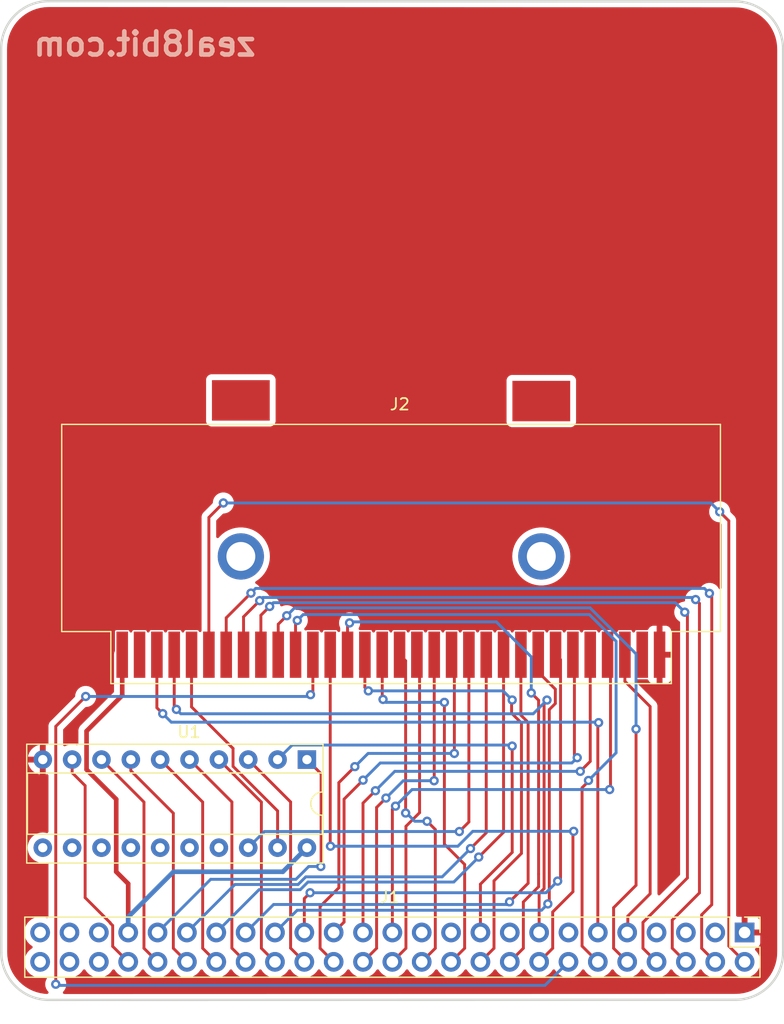
<source format=kicad_pcb>
(kicad_pcb (version 20211014) (generator pcbnew)
  (layers (0 "F.Cu" signal) (31 "B.Cu" signal) (34 "B.Paste" user) (35 "F.Paste" user) (36 "B.SilkS" user "B.Silkscreen") (37 "F.SilkS" user "F.Silkscreen") (38 "B.Mask" user) (39 "F.Mask" user) (44 "Edge.Cuts" user))
  (net 0 "")
  (net 1 "GND")
  (net 2 "/ADDRESS_0")
  (net 4 "/ADDRESS_1")
  (net 6 "/ADDRESS_2")
  (net 8 "/ADDRESS_3")
  (net 9 "/~{RESET}")
  (net 10 "/ADDRESS_4")
  (net 11 "/~{WR}")
  (net 12 "/ADDRESS_5")
  (net 14 "/ADDRESS_6")
  (net 15 "/~{RD}")
  (net 16 "/ADDRESS_7")
  (net 18 "/ADDRESS_8")
  (net 19 "/~{MREQ_PIN}")
  (net 20 "/ADDRESS_9")
  (net 22 "/ADDRESS_10")
  (net 24 "/ADDRESS_11")
  (net 25 "/DATA_7")
  (net 26 "/ADDRESS_12")
  (net 27 "/DATA_6")
  (net 28 "/ADDRESS_13")
  (net 29 "/DATA_5")
  (net 30 "/ADDRESS_14")
  (net 31 "/DATA_4")
  (net 32 "/ADDRESS_15")
  (net 33 "/DATA_3")
  (net 34 "/ADDRESS_16")
  (net 35 "/DATA_2")
  (net 36 "/ADDRESS_17")
  (net 37 "/DATA_1")
  (net 38 "/ADDRESS_18")
  (net 39 "/DATA_0")
  (net 40 "/ADDRESS_19")
  (net 41 "/CLK_PIN")
  (net 42 "/ADDRESS_20")
  (net 43 "+5V")
  (net 44 "/ADDRESS_21")
  (net 52 "/~{CS_SRAM}")
  (net 53 "/~{CS_ROM}")
  (footprint "Package_DIP:DIP-20_W7.62mm_Socket" (layer "F.Cu") (at 48.2296 86.1822 -90)
    (fp_text reference "U1" (at -2.3876 10.2058 180) (layer "F.SilkS"))
    (fp_text value "GAL16V8")
    (fp_line (start 6.46 -1.33) (end 4.81 -1.33) (layer "F.SilkS") (width 0.12))
    (fp_line (start -1.33 -1.39) (end -1.33 24.25) (layer "F.SilkS") (width 0.12))
    (fp_line (start 1.16 -1.33) (end 1.16 24.19) (layer "F.SilkS") (width 0.12))
    (fp_line (start -1.33 24.25) (end 8.95 24.25) (layer "F.SilkS") (width 0.12))
    (fp_line (start 8.95 -1.39) (end -1.33 -1.39) (layer "F.SilkS") (width 0.12))
    (fp_line (start 8.95 24.25) (end 8.95 -1.39) (layer "F.SilkS") (width 0.12))
    (fp_line (start 1.16 24.19) (end 6.46 24.19) (layer "F.SilkS") (width 0.12))
    (fp_line (start 6.46 24.19) (end 6.46 -1.33) (layer "F.SilkS") (width 0.12))
    (fp_line (start 2.81 -1.33) (end 1.16 -1.33) (layer "F.SilkS") (width 0.12))
    (fp_arc (start 4.81 -1.33) (mid 3.81 -0.33) (end 2.81 -1.33) (layer "F.SilkS") (width 0.12))
    (pad "1" thru_hole rect (at 0 0 270) (size 1.6 1.6) (drill 0.8) (layers *.Cu *.Mask) (net 41 "/CLK_PIN"))
    (pad "2" thru_hole oval (at 0 2.54 270) (size 1.6 1.6) (drill 0.8) (layers *.Cu *.Mask) (net 19 "/~{MREQ_PIN}"))
    (pad "3" thru_hole oval (at 0 5.08 270) (size 1.6 1.6) (drill 0.8) (layers *.Cu *.Mask) (net 32 "/ADDRESS_15"))
    (pad "4" thru_hole oval (at 0 7.62 270) (size 1.6 1.6) (drill 0.8) (layers *.Cu *.Mask) (net 34 "/ADDRESS_16"))
    (pad "5" thru_hole oval (at 0 10.16 270) (size 1.6 1.6) (drill 0.8) (layers *.Cu *.Mask) (net 36 "/ADDRESS_17"))
    (pad "6" thru_hole oval (at 0 12.7 270) (size 1.6 1.6) (drill 0.8) (layers *.Cu *.Mask) (net 38 "/ADDRESS_18"))
    (pad "7" thru_hole oval (at 0 15.24 270) (size 1.6 1.6) (drill 0.8) (layers *.Cu *.Mask) (net 40 "/ADDRESS_19"))
    (pad "8" thru_hole oval (at 0 17.78 270) (size 1.6 1.6) (drill 0.8) (layers *.Cu *.Mask) (net 42 "/ADDRESS_20"))
    (pad "9" thru_hole oval (at 0 20.32 270) (size 1.6 1.6) (drill 0.8) (layers *.Cu *.Mask) (net 44 "/ADDRESS_21"))
    (pad "10" thru_hole oval (at 0 22.86 270) (size 1.6 1.6) (drill 0.8) (layers *.Cu *.Mask) (net 1 "GND"))
    (pad "11" thru_hole oval (at 7.62 22.86 270) (size 1.6 1.6) (drill 0.8) (layers *.Cu *.Mask))
    (pad "12" thru_hole oval (at 7.62 20.32 270) (size 1.6 1.6) (drill 0.8) (layers *.Cu *.Mask))
    (pad "13" thru_hole oval (at 7.62 17.78 270) (size 1.6 1.6) (drill 0.8) (layers *.Cu *.Mask))
    (pad "14" thru_hole oval (at 7.62 15.24 270) (size 1.6 1.6) (drill 0.8) (layers *.Cu *.Mask))
    (pad "15" thru_hole oval (at 7.62 12.7 270) (size 1.6 1.6) (drill 0.8) (layers *.Cu *.Mask))
    (pad "16" thru_hole oval (at 7.62 10.16 270) (size 1.6 1.6) (drill 0.8) (layers *.Cu *.Mask))
    (pad "17" thru_hole oval (at 7.62 7.62 270) (size 1.6 1.6) (drill 0.8) (layers *.Cu *.Mask))
    (pad "18" thru_hole oval (at 7.62 5.08 270) (size 1.6 1.6) (drill 0.8) (layers *.Cu *.Mask) (net 53 "/~{CS_ROM}"))
    (pad "19" thru_hole oval (at 7.62 2.54 270) (size 1.6 1.6) (drill 0.8) (layers *.Cu *.Mask) (net 52 "/~{CS_SRAM}"))
    (pad "20" thru_hole oval (at 7.62 0 270) (size 1.6 1.6) (drill 0.8) (layers *.Cu *.Mask) (net 43 "+5V"))
  )
  (footprint "gbc_cart_footprints:GB Slot" (layer "F.Cu") (at 56.2592 52.3589)
    (fp_text reference "J2" (at 0.0018 3.0893 unlocked) (layer "F.SilkS"))
    (fp_text value "GB_Slot")
    (fp_line (start 23.5 27.25) (end -25 27.25) (layer "F.SilkS") (width 0.12))
    (fp_line (start -29.25 4.826) (end -29.25 22.75) (layer "F.SilkS") (width 0.12))
    (fp_line (start 23.5 22.75) (end 23.5 27.25) (layer "F.SilkS") (width 0.12))
    (fp_line (start 27.75 22.75) (end 23.5 22.75) (layer "F.SilkS") (width 0.12))
    (fp_line (start -25 22.75) (end -25 27.25) (layer "F.SilkS") (width 0.12))
    (fp_line (start 27.75 4.826) (end -29.25 4.826) (layer "F.SilkS") (width 0.12))
    (fp_line (start 27.75 4.826) (end 27.75 22.75) (layer "F.SilkS") (width 0.12))
    (fp_line (start -29.25 22.75) (end -25 22.75) (layer "F.SilkS") (width 0.12))
    (pad "" thru_hole circle (at 12.25 16.25) (size 4 4) (drill 2.5) (layers *.Cu *.Mask))
    (pad "" thru_hole circle (at -13.75 16.25) (size 4 4) (drill 2.5) (layers *.Mask "F.Cu" "In1.Cu" "B.Cu"))
    (pad "0" smd rect (at 12.25 2.81 180) (size 5 3.5) (layers "F.Cu" "F.Paste" "F.Mask"))
    (pad "0" smd rect (at -13.75 2.75 180) (size 5 3.5) (layers "F.Cu" "F.Paste" "F.Mask"))
    (pad "1" smd rect (at -24.016 24.75 180) (size 1 4) (layers "F.Cu" "F.Paste" "F.Mask") (net 43 "+5V") (clearance 0.127))
    (pad "2" smd rect (at -22.516 24.75 180) (size 1 4) (layers "F.Cu" "F.Paste" "F.Mask") (clearance 0.127))
    (pad "3" smd rect (at -21.016 24.75 180) (size 1 4) (layers "F.Cu" "F.Paste" "F.Mask") (net 11 "/~{WR}") (clearance 0.127))
    (pad "4" smd rect (at -19.516 24.75 180) (size 1 4) (layers "F.Cu" "F.Paste" "F.Mask") (net 15 "/~{RD}") (clearance 0.127))
    (pad "5" smd rect (at -18.016 24.75 180) (size 1 4) (layers "F.Cu" "F.Paste" "F.Mask") (net 52 "/~{CS_SRAM}") (clearance 0.127))
    (pad "6" smd rect (at -16.516 24.75 180) (size 1 4) (layers "F.Cu" "F.Paste" "F.Mask") (net 2 "/ADDRESS_0") (clearance 0.127))
    (pad "7" smd rect (at -15.016 24.75 180) (size 1 4) (layers "F.Cu" "F.Paste" "F.Mask") (net 4 "/ADDRESS_1") (clearance 0.127))
    (pad "8" smd rect (at -13.516 24.75 180) (size 1 4) (layers "F.Cu" "F.Paste" "F.Mask") (net 6 "/ADDRESS_2") (clearance 0.127))
    (pad "9" smd rect (at -12.016 24.75 180) (size 1 4) (layers "F.Cu" "F.Paste" "F.Mask") (net 8 "/ADDRESS_3") (clearance 0.127))
    (pad "10" smd rect (at -10.516 24.75 180) (size 1 4) (layers "F.Cu" "F.Paste" "F.Mask") (net 10 "/ADDRESS_4") (clearance 0.127))
    (pad "11" smd rect (at -9.016 24.75 180) (size 1 4) (layers "F.Cu" "F.Paste" "F.Mask") (net 12 "/ADDRESS_5") (clearance 0.127))
    (pad "12" smd rect (at -7.516 24.75 180) (size 1 4) (layers "F.Cu" "F.Paste" "F.Mask") (net 14 "/ADDRESS_6") (clearance 0.127))
    (pad "13" smd rect (at -6.016 24.75 180) (size 1 4) (layers "F.Cu" "F.Paste" "F.Mask") (net 16 "/ADDRESS_7") (clearance 0.127))
    (pad "14" smd rect (at -4.516 24.75 180) (size 1 4) (layers "F.Cu" "F.Paste" "F.Mask") (net 18 "/ADDRESS_8") (clearance 0.127))
    (pad "15" smd rect (at -3.016 24.75 180) (size 1 4) (layers "F.Cu" "F.Paste" "F.Mask") (net 20 "/ADDRESS_9") (clearance 0.127))
    (pad "16" smd rect (at -1.516 24.75 180) (size 1 4) (layers "F.Cu" "F.Paste" "F.Mask") (net 22 "/ADDRESS_10") (clearance 0.127))
    (pad "17" smd rect (at -0.016 24.75 180) (size 1 4) (layers "F.Cu" "F.Paste" "F.Mask") (net 24 "/ADDRESS_11") (clearance 0.127))
    (pad "18" smd rect (at 1.484 24.75 180) (size 1 4) (layers "F.Cu" "F.Paste" "F.Mask") (net 26 "/ADDRESS_12") (clearance 0.127))
    (pad "19" smd rect (at 2.984 24.75 180) (size 1 4) (layers "F.Cu" "F.Paste" "F.Mask") (net 28 "/ADDRESS_13") (clearance 0.127))
    (pad "20" smd rect (at 4.484 24.75 180) (size 1 4) (layers "F.Cu" "F.Paste" "F.Mask") (net 30 "/ADDRESS_14") (clearance 0.127))
    (pad "21" smd rect (at 5.984 24.75 180) (size 1 4) (layers "F.Cu" "F.Paste" "F.Mask") (net 53 "/~{CS_ROM}") (clearance 0.127))
    (pad "22" smd rect (at 7.484 24.75 180) (size 1 4) (layers "F.Cu" "F.Paste" "F.Mask") (net 39 "/DATA_0") (clearance 0.127))
    (pad "23" smd rect (at 8.984 24.75 180) (size 1 4) (layers "F.Cu" "F.Paste" "F.Mask") (net 37 "/DATA_1") (clearance 0.127))
    (pad "24" smd rect (at 10.484 24.75 180) (size 1 4) (layers "F.Cu" "F.Paste" "F.Mask") (net 35 "/DATA_2") (clearance 0.127))
    (pad "25" smd rect (at 11.984 24.75 180) (size 1 4) (layers "F.Cu" "F.Paste" "F.Mask") (net 33 "/DATA_3") (clearance 0.127))
    (pad "26" smd rect (at 13.484 24.75 180) (size 1 4) (layers "F.Cu" "F.Paste" "F.Mask") (net 31 "/DATA_4") (clearance 0.127))
    (pad "27" smd rect (at 14.984 24.75 180) (size 1 4) (layers "F.Cu" "F.Paste" "F.Mask") (net 29 "/DATA_5") (clearance 0.127))
    (pad "28" smd rect (at 16.484 24.75 180) (size 1 4) (layers "F.Cu" "F.Paste" "F.Mask") (net 27 "/DATA_6") (clearance 0.127))
    (pad "29" smd rect (at 17.984 24.75 180) (size 1 4) (layers "F.Cu" "F.Paste" "F.Mask") (net 25 "/DATA_7") (clearance 0.127))
    (pad "30" smd rect (at 19.484 24.75 180) (size 1 4) (layers "F.Cu" "F.Paste" "F.Mask") (net 9 "/~{RESET}") (clearance 0.127))
    (pad "31" smd rect (at 20.984 24.75 180) (size 1 4) (layers "F.Cu" "F.Paste" "F.Mask") (clearance 0.127))
    (pad "32" smd rect (at 22.484 24.75 180) (size 1 4) (layers "F.Cu" "F.Paste" "F.Mask") (net 1 "GND") (clearance 0.127))
  )
  (footprint "Connector_PinHeader_2.54mm:PinHeader_2x25_P2.54mm_Vertical" (layer "F.Cu") (at 86.101 101.1378 -90)
    (fp_text reference "J1" (at -3.0684 30.7036 180) (layer "F.SilkS"))
    (fp_text value "ZealExtConnector")
    (fp_line (start -1.33 1.27) (end 1.27 1.27) (layer "F.SilkS") (width 0.12))
    (fp_line (start -1.33 1.27) (end -1.33 62.29) (layer "F.SilkS") (width 0.12))
    (fp_line (start -1.33 -1.33) (end 0 -1.33) (layer "F.SilkS") (width 0.12))
    (fp_line (start -1.33 0) (end -1.33 -1.33) (layer "F.SilkS") (width 0.12))
    (fp_line (start 1.27 1.27) (end 1.27 -1.33) (layer "F.SilkS") (width 0.12))
    (fp_line (start -1.33 62.29) (end 3.87 62.29) (layer "F.SilkS") (width 0.12))
    (fp_line (start 1.27 -1.33) (end 3.87 -1.33) (layer "F.SilkS") (width 0.12))
    (fp_line (start 3.87 -1.33) (end 3.87 62.29) (layer "F.SilkS") (width 0.12))
    (pad "1" thru_hole rect (at 0 0 270) (size 1.7 1.7) (drill 1) (layers *.Cu *.Mask) (net 1 "GND"))
    (pad "2" thru_hole oval (at 2.54 0 270) (size 1.7 1.7) (drill 1) (layers *.Cu *.Mask) (net 2 "/ADDRESS_0"))
    (pad "3" thru_hole oval (at 0 2.54 270) (size 1.7 1.7) (drill 1) (layers *.Cu *.Mask))
    (pad "4" thru_hole oval (at 2.54 2.54 270) (size 1.7 1.7) (drill 1) (layers *.Cu *.Mask) (net 4 "/ADDRESS_1"))
    (pad "5" thru_hole oval (at 0 5.08 270) (size 1.7 1.7) (drill 1) (layers *.Cu *.Mask))
    (pad "6" thru_hole oval (at 2.54 5.08 270) (size 1.7 1.7) (drill 1) (layers *.Cu *.Mask) (net 6 "/ADDRESS_2"))
    (pad "7" thru_hole oval (at 0 7.62 270) (size 1.7 1.7) (drill 1) (layers *.Cu *.Mask))
    (pad "8" thru_hole oval (at 2.54 7.62 270) (size 1.7 1.7) (drill 1) (layers *.Cu *.Mask) (net 8 "/ADDRESS_3"))
    (pad "9" thru_hole oval (at 0 10.16 270) (size 1.7 1.7) (drill 1) (layers *.Cu *.Mask) (net 9 "/~{RESET}"))
    (pad "10" thru_hole oval (at 2.54 10.16 270) (size 1.7 1.7) (drill 1) (layers *.Cu *.Mask) (net 10 "/ADDRESS_4"))
    (pad "11" thru_hole oval (at 0 12.7 270) (size 1.7 1.7) (drill 1) (layers *.Cu *.Mask) (net 11 "/~{WR}"))
    (pad "12" thru_hole oval (at 2.54 12.7 270) (size 1.7 1.7) (drill 1) (layers *.Cu *.Mask) (net 12 "/ADDRESS_5"))
    (pad "13" thru_hole oval (at 0 15.24 270) (size 1.7 1.7) (drill 1) (layers *.Cu *.Mask))
    (pad "14" thru_hole oval (at 2.54 15.24 270) (size 1.7 1.7) (drill 1) (layers *.Cu *.Mask) (net 14 "/ADDRESS_6"))
    (pad "15" thru_hole oval (at 0 17.78 270) (size 1.7 1.7) (drill 1) (layers *.Cu *.Mask) (net 15 "/~{RD}"))
    (pad "16" thru_hole oval (at 2.54 17.78 270) (size 1.7 1.7) (drill 1) (layers *.Cu *.Mask) (net 16 "/ADDRESS_7"))
    (pad "17" thru_hole oval (at 0 20.32 270) (size 1.7 1.7) (drill 1) (layers *.Cu *.Mask))
    (pad "18" thru_hole oval (at 2.54 20.32 270) (size 1.7 1.7) (drill 1) (layers *.Cu *.Mask) (net 18 "/ADDRESS_8"))
    (pad "19" thru_hole oval (at 0 22.86 270) (size 1.7 1.7) (drill 1) (layers *.Cu *.Mask) (net 19 "/~{MREQ_PIN}"))
    (pad "20" thru_hole oval (at 2.54 22.86 270) (size 1.7 1.7) (drill 1) (layers *.Cu *.Mask) (net 20 "/ADDRESS_9"))
    (pad "21" thru_hole oval (at 0 25.4 270) (size 1.7 1.7) (drill 1) (layers *.Cu *.Mask))
    (pad "22" thru_hole oval (at 2.54 25.4 270) (size 1.7 1.7) (drill 1) (layers *.Cu *.Mask) (net 22 "/ADDRESS_10"))
    (pad "23" thru_hole oval (at 0 27.94 270) (size 1.7 1.7) (drill 1) (layers *.Cu *.Mask))
    (pad "24" thru_hole oval (at 2.54 27.94 270) (size 1.7 1.7) (drill 1) (layers *.Cu *.Mask) (net 24 "/ADDRESS_11"))
    (pad "25" thru_hole oval (at 0 30.48 270) (size 1.7 1.7) (drill 1) (layers *.Cu *.Mask) (net 25 "/DATA_7"))
    (pad "26" thru_hole oval (at 2.54 30.48 270) (size 1.7 1.7) (drill 1) (layers *.Cu *.Mask) (net 26 "/ADDRESS_12"))
    (pad "27" thru_hole oval (at 0 33.02 270) (size 1.7 1.7) (drill 1) (layers *.Cu *.Mask) (net 27 "/DATA_6"))
    (pad "28" thru_hole oval (at 2.54 33.02 270) (size 1.7 1.7) (drill 1) (layers *.Cu *.Mask) (net 28 "/ADDRESS_13"))
    (pad "29" thru_hole oval (at 0 35.56 270) (size 1.7 1.7) (drill 1) (layers *.Cu *.Mask) (net 29 "/DATA_5"))
    (pad "30" thru_hole oval (at 2.54 35.56 270) (size 1.7 1.7) (drill 1) (layers *.Cu *.Mask) (net 30 "/ADDRESS_14"))
    (pad "31" thru_hole oval (at 0 38.1 270) (size 1.7 1.7) (drill 1) (layers *.Cu *.Mask) (net 31 "/DATA_4"))
    (pad "32" thru_hole oval (at 2.54 38.1 270) (size 1.7 1.7) (drill 1) (layers *.Cu *.Mask) (net 32 "/ADDRESS_15"))
    (pad "33" thru_hole oval (at 0 40.64 270) (size 1.7 1.7) (drill 1) (layers *.Cu *.Mask) (net 33 "/DATA_3"))
    (pad "34" thru_hole oval (at 2.54 40.64 270) (size 1.7 1.7) (drill 1) (layers *.Cu *.Mask) (net 34 "/ADDRESS_16"))
    (pad "35" thru_hole oval (at 0 43.18 270) (size 1.7 1.7) (drill 1) (layers *.Cu *.Mask) (net 35 "/DATA_2"))
    (pad "36" thru_hole oval (at 2.54 43.18 270) (size 1.7 1.7) (drill 1) (layers *.Cu *.Mask) (net 36 "/ADDRESS_17"))
    (pad "37" thru_hole oval (at 0 45.72 270) (size 1.7 1.7) (drill 1) (layers *.Cu *.Mask) (net 37 "/DATA_1"))
    (pad "38" thru_hole oval (at 2.54 45.72 270) (size 1.7 1.7) (drill 1) (layers *.Cu *.Mask) (net 38 "/ADDRESS_18"))
    (pad "39" thru_hole oval (at 0 48.26 270) (size 1.7 1.7) (drill 1) (layers *.Cu *.Mask) (net 39 "/DATA_0"))
    (pad "40" thru_hole oval (at 2.54 48.26 270) (size 1.7 1.7) (drill 1) (layers *.Cu *.Mask) (net 40 "/ADDRESS_19"))
    (pad "41" thru_hole oval (at 0 50.8 270) (size 1.7 1.7) (drill 1) (layers *.Cu *.Mask) (net 41 "/CLK_PIN"))
    (pad "42" thru_hole oval (at 2.54 50.8 270) (size 1.7 1.7) (drill 1) (layers *.Cu *.Mask) (net 42 "/ADDRESS_20"))
    (pad "43" thru_hole oval (at 0 53.34 270) (size 1.7 1.7) (drill 1) (layers *.Cu *.Mask) (net 43 "+5V"))
    (pad "44" thru_hole oval (at 2.54 53.34 270) (size 1.7 1.7) (drill 1) (layers *.Cu *.Mask) (net 44 "/ADDRESS_21"))
    (pad "45" thru_hole oval (at 0 55.88 270) (size 1.7 1.7) (drill 1) (layers *.Cu *.Mask))
    (pad "46" thru_hole oval (at 2.54 55.88 270) (size 1.7 1.7) (drill 1) (layers *.Cu *.Mask))
    (pad "47" thru_hole oval (at 0 58.42 270) (size 1.7 1.7) (drill 1) (layers *.Cu *.Mask))
    (pad "48" thru_hole oval (at 2.54 58.42 270) (size 1.7 1.7) (drill 1) (layers *.Cu *.Mask))
    (pad "49" thru_hole oval (at 0 60.96 270) (size 1.7 1.7) (drill 1) (layers *.Cu *.Mask))
    (pad "50" thru_hole oval (at 2.54 60.96 270) (size 1.7 1.7) (drill 1) (layers *.Cu *.Mask))
  )
  (gr_arc (start 85.2678 20.5994) (mid 88.202803 21.794076) (end 89.4334 24.7142) (layer "Edge.Cuts") (width 0.2))
  (gr_arc (start 21.7678 24.6634) (mid 22.981963 21.770225) (end 25.8826 20.574) (layer "Edge.Cuts") (width 0.2))
  (gr_line (start 21.7678 24.6634) (end 21.781803 102.855997) (layer "Edge.Cuts") (width 0.2))
  (gr_line (start 85.3186 106.9594) (end 25.896603 106.970797) (layer "Edge.Cuts") (width 0.2))
  (gr_arc (start 89.4334 102.8446) (mid 88.228203 105.754203) (end 85.3186 106.9594) (layer "Edge.Cuts") (width 0.2))
  (gr_line (start 89.4334 24.7142) (end 89.4334 102.8446) (layer "Edge.Cuts") (width 0.2))
  (gr_line (start 25.8826 20.574) (end 85.2678 20.5994) (layer "Edge.Cuts") (width 0.2))
  (gr_arc (start 25.896603 106.970797) (mid 22.987 105.7656) (end 21.781803 102.855997) (layer "Edge.Cuts") (width 0.2))
  (gr_text "zeal8bit.com" (at 34.1884 24.2824) (layer "B.SilkS") (effects (font (size 2 2) (thickness 0.4)) (justify mirror)))
  (segment (start 84.736 65.5336) (end 84.736 102.3128) (width 0.25) (layer "F.Cu") (net 2))
  (segment (start 84.736 102.3128) (end 86.101 103.6778) (width 0.25) (layer "F.Cu") (net 2))
  (segment (start 83.947 64.7446) (end 84.736 65.5336) (width 0.25) (layer "F.Cu") (net 2))
  (segment (start 39.7432 77.1089) (end 39.7432 65.235) (width 0.25) (layer "F.Cu") (net 2))
  (segment (start 39.7432 65.235) (end 40.9956 63.9826) (width 0.25) (layer "F.Cu") (net 2))
  (via (at 40.9956 63.982598) (size 0.8) (drill 0.4) (layers "F.Cu" "B.Cu") (net 2))
  (via (at 83.947 64.7446) (size 0.8) (drill 0.4) (layers "F.Cu" "B.Cu") (net 2))
  (segment (start 40.9956 63.982598) (end 83.184998 63.982598) (width 0.25) (layer "B.Cu") (net 2))
  (segment (start 83.184998 63.982598) (end 83.947 64.7446) (width 0.25) (layer "B.Cu") (net 2))
  (segment (start 83.561 103.6778) (end 82.386 102.5028) (width 0.25) (layer "F.Cu") (net 4))
  (segment (start 82.386 102.5028) (end 82.386 99.605) (width 0.25) (layer "F.Cu") (net 4))
  (segment (start 83.2612 98.7298) (end 83.2612 72.009) (width 0.25) (layer "F.Cu") (net 4))
  (segment (start 82.386 99.605) (end 83.2612 98.7298) (width 0.25) (layer "F.Cu") (net 4))
  (segment (start 41.2432 77.1089) (end 41.2432 73.9204) (width 0.25) (layer "F.Cu") (net 4))
  (segment (start 41.2432 73.9204) (end 43.3832 71.7804) (width 0.25) (layer "F.Cu") (net 4))
  (segment (start 83.2612 72.009) (end 83.058 71.8058) (width 0.25) (layer "F.Cu") (net 4))
  (via (at 83.058 71.8058) (size 0.8) (drill 0.4) (layers "F.Cu" "B.Cu") (net 4))
  (via (at 43.3832 71.7804) (size 0.8) (drill 0.4) (layers "F.Cu" "B.Cu") (net 4))
  (segment (start 43.7896 71.374) (end 43.3832 71.7804) (width 0.25) (layer "B.Cu") (net 4))
  (segment (start 82.6262 71.374) (end 43.7896 71.374) (width 0.25) (layer "B.Cu") (net 4))
  (segment (start 83.058 71.8058) (end 82.6262 71.374) (width 0.25) (layer "B.Cu") (net 4))
  (segment (start 82.1944 72.6694) (end 81.8642 72.3392) (width 0.25) (layer "F.Cu") (net 6))
  (segment (start 79.840589 102.497389) (end 79.840589 100.067611) (width 0.25) (layer "F.Cu") (net 6))
  (segment (start 81.021 103.6778) (end 79.840589 102.497389) (width 0.25) (layer "F.Cu") (net 6))
  (segment (start 42.7432 77.1089) (end 42.7432 73.830047) (width 0.25) (layer "F.Cu") (net 6))
  (segment (start 79.840589 100.067611) (end 82.1944 97.7138) (width 0.25) (layer "F.Cu") (net 6))
  (segment (start 42.7432 73.830047) (end 44.140231 72.433016) (width 0.25) (layer "F.Cu") (net 6))
  (segment (start 82.1944 97.7138) (end 82.1944 72.6694) (width 0.25) (layer "F.Cu") (net 6))
  (via (at 81.8642 72.3392) (size 0.8) (drill 0.4) (layers "F.Cu" "B.Cu") (net 6))
  (via (at 44.140231 72.433016) (size 0.8) (drill 0.4) (layers "F.Cu" "B.Cu") (net 6))
  (segment (start 81.684097 72.159097) (end 44.41415 72.159097) (width 0.25) (layer "B.Cu") (net 6))
  (segment (start 81.8642 72.3392) (end 81.684097 72.159097) (width 0.25) (layer "B.Cu") (net 6))
  (segment (start 44.41415 72.159097) (end 44.140231 72.433016) (width 0.25) (layer "B.Cu") (net 6))
  (segment (start 81.153 96.4184) (end 81.153 73.66) (width 0.25) (layer "F.Cu") (net 8))
  (segment (start 44.2432 77.1089) (end 44.2432 73.696877) (width 0.25) (layer "F.Cu") (net 8))
  (segment (start 81.153 73.66) (end 80.9244 73.4314) (width 0.25) (layer "F.Cu") (net 8))
  (segment (start 77.306 100.2654) (end 81.153 96.4184) (width 0.25) (layer "F.Cu") (net 8))
  (segment (start 78.481 103.6778) (end 77.306 102.5028) (width 0.25) (layer "F.Cu") (net 8))
  (segment (start 44.2432 73.696877) (end 45.003776 72.936301) (width 0.25) (layer "F.Cu") (net 8))
  (segment (start 77.306 102.5028) (end 77.306 100.2654) (width 0.25) (layer "F.Cu") (net 8))
  (via (at 80.9244 73.4314) (size 0.8) (drill 0.4) (layers "F.Cu" "B.Cu") (net 8))
  (via (at 45.003776 72.936301) (size 0.8) (drill 0.4) (layers "F.Cu" "B.Cu") (net 8))
  (segment (start 80.101598 72.608598) (end 45.331479 72.608598) (width 0.25) (layer "B.Cu") (net 8))
  (segment (start 45.331479 72.608598) (end 45.003776 72.936301) (width 0.25) (layer "B.Cu") (net 8))
  (segment (start 80.9244 73.4314) (end 80.101598 72.608598) (width 0.25) (layer "B.Cu") (net 8))
  (segment (start 75.9968 101.082) (end 75.9968 99.7204) (width 0.25) (layer "F.Cu") (net 9))
  (segment (start 77.9272 97.79) (end 77.9272 81.5948) (width 0.25) (layer "F.Cu") (net 9))
  (segment (start 75.941 101.1378) (end 75.9968 101.082) (width 0.25) (layer "F.Cu") (net 9))
  (segment (start 77.9272 81.5948) (end 75.7432 79.4108) (width 0.25) (layer "F.Cu") (net 9))
  (segment (start 75.9968 99.7204) (end 77.9272 97.79) (width 0.25) (layer "F.Cu") (net 9))
  (segment (start 75.7432 79.4108) (end 75.7432 77.1089) (width 0.25) (layer "F.Cu") (net 9))
  (segment (start 74.766 102.5028) (end 74.766 98.9954) (width 0.25) (layer "F.Cu") (net 10))
  (segment (start 76.708 97.0534) (end 76.708 83.5406) (width 0.25) (layer "F.Cu") (net 10))
  (segment (start 75.941 103.6778) (end 74.766 102.5028) (width 0.25) (layer "F.Cu") (net 10))
  (segment (start 45.7432 74.475) (end 46.482 73.7362) (width 0.25) (layer "F.Cu") (net 10))
  (segment (start 45.7432 77.1089) (end 45.7432 74.475) (width 0.25) (layer "F.Cu") (net 10))
  (segment (start 74.766 98.9954) (end 76.708 97.0534) (width 0.25) (layer "F.Cu") (net 10))
  (via (at 76.708 83.5406) (size 0.8) (drill 0.4) (layers "F.Cu" "B.Cu") (net 10))
  (via (at 46.482 73.7362) (size 0.8) (drill 0.4) (layers "F.Cu" "B.Cu") (net 10))
  (segment (start 76.708 77.03751) (end 72.728589 73.058099) (width 0.25) (layer "B.Cu") (net 10))
  (segment (start 76.708 83.5406) (end 76.708 77.03751) (width 0.25) (layer "B.Cu") (net 10))
  (segment (start 47.160101 73.058099) (end 46.482 73.7362) (width 0.25) (layer "B.Cu") (net 10))
  (segment (start 72.728589 73.058099) (end 47.160101 73.058099) (width 0.25) (layer "B.Cu") (net 10))
  (segment (start 73.401 101.1378) (end 73.401 83.050677) (width 0.25) (layer "F.Cu") (net 11))
  (segment (start 35.2432 81.6998) (end 35.7505 82.2071) (width 0.25) (layer "F.Cu") (net 11))
  (segment (start 35.2432 77.1089) (end 35.2432 81.6998) (width 0.25) (layer "F.Cu") (net 11))
  (segment (start 73.401 83.050677) (end 73.4677 82.983977) (width 0.25) (layer "F.Cu") (net 11))
  (via (at 35.7505 82.2071) (size 0.8) (drill 0.4) (layers "F.Cu" "B.Cu") (net 11))
  (via (at 73.4677 82.983977) (size 0.8) (drill 0.4) (layers "F.Cu" "B.Cu") (net 11))
  (segment (start 36.4877 82.9443) (end 73.428023 82.9443) (width 0.25) (layer "B.Cu") (net 11))
  (segment (start 73.428023 82.9443) (end 73.4677 82.983977) (width 0.25) (layer "B.Cu") (net 11))
  (segment (start 35.7505 82.2071) (end 36.4877 82.9443) (width 0.25) (layer "B.Cu") (net 11))
  (segment (start 73.401 103.6778) (end 72.036 102.3128) (width 0.25) (layer "F.Cu") (net 12))
  (segment (start 72.036 88.619) (end 72.4662 88.1888) (width 0.25) (layer "F.Cu") (net 12))
  (segment (start 72.4662 88.1888) (end 72.5932 88.0618) (width 0.25) (layer "F.Cu") (net 12))
  (segment (start 72.5932 88.0618) (end 72.5932 87.9856) (width 0.25) (layer "F.Cu") (net 12))
  (segment (start 47.2432 74.297298) (end 47.392918 74.14758) (width 0.25) (layer "F.Cu") (net 12))
  (segment (start 72.036 102.3128) (end 72.036 88.619) (width 0.25) (layer "F.Cu") (net 12))
  (segment (start 47.2432 77.1089) (end 47.2432 74.297298) (width 0.25) (layer "F.Cu") (net 12))
  (via (at 72.5932 87.9856) (size 0.8) (drill 0.4) (layers "F.Cu" "B.Cu") (net 12))
  (via (at 47.392918 74.14758) (size 0.8) (drill 0.4) (layers "F.Cu" "B.Cu") (net 12))
  (segment (start 74.9808 75.946) (end 72.6694 73.6346) (width 0.25) (layer "B.Cu") (net 12))
  (segment (start 47.905898 73.6346) (end 47.392918 74.14758) (width 0.25) (layer "B.Cu") (net 12))
  (segment (start 72.6694 73.6346) (end 47.905898 73.6346) (width 0.25) (layer "B.Cu") (net 12))
  (segment (start 74.9808 85.598) (end 74.9808 75.946) (width 0.25) (layer "B.Cu") (net 12))
  (segment (start 72.5932 87.9856) (end 74.9808 85.598) (width 0.25) (layer "B.Cu") (net 12))
  (segment (start 26.4922 105.6132) (end 26.4946 105.6108) (width 0.25) (layer "F.Cu") (net 14))
  (segment (start 48.5394 80.5688) (end 48.7432 80.365) (width 0.25) (layer "F.Cu") (net 14))
  (segment (start 48.7432 80.365) (end 48.7432 77.1089) (width 0.25) (layer "F.Cu") (net 14))
  (segment (start 26.4946 83.3096) (end 29.083 80.7212) (width 0.25) (layer "F.Cu") (net 14))
  (segment (start 26.4946 105.6108) (end 26.4946 83.3096) (width 0.25) (layer "F.Cu") (net 14))
  (via (at 29.083 80.7212) (size 0.8) (drill 0.4) (layers "F.Cu" "B.Cu") (net 14))
  (via (at 26.4922 105.6132) (size 0.8) (drill 0.4) (layers "F.Cu" "B.Cu") (net 14))
  (via (at 48.5394 80.5688) (size 0.8) (drill 0.4) (layers "F.Cu" "B.Cu") (net 14))
  (segment (start 66.7766 105.7148) (end 26.5938 105.7148) (width 0.25) (layer "B.Cu") (net 14))
  (segment (start 70.861 103.6778) (end 68.824 105.7148) (width 0.25) (layer "B.Cu") (net 14))
  (segment (start 29.083 80.7212) (end 48.387 80.7212) (width 0.25) (layer "B.Cu") (net 14))
  (segment (start 68.824 105.7148) (end 66.7766 105.7148) (width 0.25) (layer "B.Cu") (net 14))
  (segment (start 48.387 80.7212) (end 48.5394 80.5688) (width 0.25) (layer "B.Cu") (net 14))
  (segment (start 26.5938 105.7148) (end 26.4922 105.6132) (width 0.25) (layer "B.Cu") (net 14))
  (segment (start 68.321 97.77029) (end 68.749531 97.341759) (width 0.25) (layer "F.Cu") (net 15))
  (segment (start 36.7432 77.1089) (end 36.7432 81.6504) (width 0.25) (layer "F.Cu") (net 15))
  (segment (start 36.7432 81.6504) (end 36.9316 81.8388) (width 0.25) (layer "F.Cu") (net 15))
  (segment (start 68.321 101.1378) (end 68.321 97.77029) (width 0.25) (layer "F.Cu") (net 15))
  (segment (start 68.749531 97.341759) (end 68.749531 81.281671) (width 0.25) (layer "F.Cu") (net 15))
  (segment (start 68.749531 81.281671) (end 68.999435 81.031767) (width 0.25) (layer "F.Cu") (net 15))
  (via (at 68.999435 81.031767) (size 0.8) (drill 0.4) (layers "F.Cu" "B.Cu") (net 15))
  (via (at 36.9316 81.8388) (size 0.8) (drill 0.4) (layers "F.Cu" "B.Cu") (net 15))
  (segment (start 37.3126 82.2198) (end 67.811402 82.2198) (width 0.25) (layer "B.Cu") (net 15))
  (segment (start 36.9316 81.8388) (end 37.3126 82.2198) (width 0.25) (layer "B.Cu") (net 15))
  (segment (start 67.811402 82.2198) (end 68.999435 81.031767) (width 0.25) (layer "B.Cu") (net 15))
  (segment (start 68.321 103.6778) (end 69.496 102.5028) (width 0.25) (layer "F.Cu") (net 16))
  (segment (start 71.3115 92.5947) (end 71.3115 92.38597) (width 0.25) (layer "F.Cu") (net 16))
  (segment (start 69.496 99.3632) (end 71.247 97.6122) (width 0.25) (layer "F.Cu") (net 16))
  (segment (start 50.2432 77.1089) (end 50.2432 93.6518) (width 0.25) (layer "F.Cu") (net 16))
  (segment (start 71.247 97.6122) (end 71.247 92.6592) (width 0.25) (layer "F.Cu") (net 16))
  (segment (start 71.247 92.6592) (end 71.3115 92.5947) (width 0.25) (layer "F.Cu") (net 16))
  (segment (start 69.496 102.5028) (end 69.496 99.3632) (width 0.25) (layer "F.Cu") (net 16))
  (segment (start 50.2432 93.6518) (end 50.2666 93.6752) (width 0.25) (layer "F.Cu") (net 16))
  (via (at 71.3115 92.38597) (size 0.8) (drill 0.4) (layers "F.Cu" "B.Cu") (net 16))
  (via (at 50.2666 93.6752) (size 0.8) (drill 0.4) (layers "F.Cu" "B.Cu") (net 16))
  (segment (start 50.2666 93.6752) (end 61.2902 93.6752) (width 0.25) (layer "B.Cu") (net 16))
  (segment (start 61.2902 93.6752) (end 62.57943 92.38597) (width 0.25) (layer "B.Cu") (net 16))
  (segment (start 62.57943 92.38597) (end 71.3115 92.38597) (width 0.25) (layer "B.Cu") (net 16))
  (segment (start 66.956 98.4996) (end 67.4624 97.9932) (width 0.25) (layer "F.Cu") (net 18))
  (segment (start 66.956 102.5028) (end 66.956 98.4996) (width 0.25) (layer "F.Cu") (net 18))
  (segment (start 68.2752 96.0882) (end 68.2752 81.0514) (width 0.25) (layer "F.Cu") (net 18))
  (segment (start 51.7432 77.1089) (end 51.7432 74.5335) (width 0.25) (layer "F.Cu") (net 18))
  (segment (start 65.781 103.6778) (end 66.956 102.5028) (width 0.25) (layer "F.Cu") (net 18))
  (segment (start 67.4624 97.9932) (end 68.2752 97.1804) (width 0.25) (layer "F.Cu") (net 18))
  (segment (start 51.7432 74.5335) (end 51.9176 74.3591) (width 0.25) (layer "F.Cu") (net 18))
  (segment (start 68.2752 97.1804) (end 68.2752 96.0882) (width 0.25) (layer "F.Cu") (net 18))
  (segment (start 68.2752 81.0514) (end 67.6402 80.4164) (width 0.25) (layer "F.Cu") (net 18))
  (via (at 51.9176 74.3591) (size 0.8) (drill 0.4) (layers "F.Cu" "B.Cu") (net 18))
  (via (at 67.6402 80.4164) (size 0.8) (drill 0.4) (layers "F.Cu" "B.Cu") (net 18))
  (segment (start 64.6176 74.2696) (end 52.0071 74.2696) (width 0.25) (layer "B.Cu") (net 18))
  (segment (start 52.0071 74.2696) (end 51.9176 74.3591) (width 0.25) (layer "B.Cu") (net 18))
  (segment (start 67.6402 80.4164) (end 67.6402 77.2922) (width 0.25) (layer "B.Cu") (net 18))
  (segment (start 67.6402 77.2922) (end 64.6176 74.2696) (width 0.25) (layer "B.Cu") (net 18))
  (segment (start 63.241 101.1378) (end 63.241 96.9568) (width 0.25) (layer "F.Cu") (net 19))
  (segment (start 65.9892 94.2086) (end 65.9892 85.0138) (width 0.25) (layer "F.Cu") (net 19))
  (segment (start 63.241 96.9568) (end 65.9892 94.2086) (width 0.25) (layer "F.Cu") (net 19))
  (via (at 65.9892 85.0138) (size 0.8) (drill 0.4) (layers "F.Cu" "B.Cu") (net 19))
  (segment (start 65.7727 84.9243) (end 59.950624 84.9243) (width 0.25) (layer "B.Cu") (net 19))
  (segment (start 65.8622 85.0138) (end 65.7727 84.9243) (width 0.25) (layer "B.Cu") (net 19))
  (segment (start 46.9475 84.9243) (end 59.950624 84.9243) (width 0.25) (layer "B.Cu") (net 19))
  (segment (start 65.9892 85.0138) (end 65.8622 85.0138) (width 0.25) (layer "B.Cu") (net 19))
  (segment (start 45.6896 86.1822) (end 46.9475 84.9243) (width 0.25) (layer "B.Cu") (net 19))
  (segment (start 64.416 102.5028) (end 64.416 96.6708) (width 0.25) (layer "F.Cu") (net 20))
  (segment (start 65.9384 81.0768) (end 65.9892 81.026) (width 0.25) (layer "F.Cu") (net 20))
  (segment (start 65.9384 82.169) (end 65.9384 81.0768) (width 0.25) (layer "F.Cu") (net 20))
  (segment (start 53.5432 80.2386) (end 53.2432 79.9386) (width 0.25) (layer "F.Cu") (net 20))
  (segment (start 63.241 103.6778) (end 64.416 102.5028) (width 0.25) (layer "F.Cu") (net 20))
  (segment (start 66.791998 83.022598) (end 65.9384 82.169) (width 0.25) (layer "F.Cu") (net 20))
  (segment (start 64.416 96.6708) (end 66.791998 94.294802) (width 0.25) (layer "F.Cu") (net 20))
  (segment (start 53.2432 79.9386) (end 53.2432 77.1089) (width 0.25) (layer "F.Cu") (net 20))
  (segment (start 66.791998 94.294802) (end 66.791998 83.022598) (width 0.25) (layer "F.Cu") (net 20))
  (via (at 65.9892 81.026) (size 0.8) (drill 0.4) (layers "F.Cu" "B.Cu") (net 20))
  (via (at 53.5432 80.2386) (size 0.8) (drill 0.4) (layers "F.Cu" "B.Cu") (net 20))
  (segment (start 65.9892 81.026) (end 65.2018 80.2386) (width 0.25) (layer "B.Cu") (net 20))
  (segment (start 65.2018 80.2386) (end 53.5432 80.2386) (width 0.25) (layer "B.Cu") (net 20))
  (segment (start 60.701 103.6778) (end 61.876 102.5028) (width 0.25) (layer "F.Cu") (net 22))
  (segment (start 61.876 102.5028) (end 61.876 95.2516) (width 0.25) (layer "F.Cu") (net 22))
  (segment (start 61.876 95.2516) (end 60.3758 93.7514) (width 0.25) (layer "F.Cu") (net 22))
  (segment (start 54.8132 80.9752) (end 54.7432 80.9052) (width 0.25) (layer "F.Cu") (net 22))
  (segment (start 60.3758 93.7514) (end 60.1218 93.4974) (width 0.25) (layer "F.Cu") (net 22))
  (segment (start 54.7432 80.9052) (end 54.7432 77.1089) (width 0.25) (layer "F.Cu") (net 22))
  (segment (start 60.1218 93.4974) (end 60.1218 81.2292) (width 0.25) (layer "F.Cu") (net 22))
  (via (at 60.1218 81.2292) (size 0.8) (drill 0.4) (layers "F.Cu" "B.Cu") (net 22))
  (via (at 54.8132 80.9752) (size 0.8) (drill 0.4) (layers "F.Cu" "B.Cu") (net 22))
  (segment (start 60.1218 81.2292) (end 55.0672 81.2292) (width 0.25) (layer "B.Cu") (net 22))
  (segment (start 55.0672 81.2292) (end 54.8132 80.9752) (width 0.25) (layer "B.Cu") (net 22))
  (segment (start 59.336 92.229) (end 58.6232 91.5162) (width 0.25) (layer "F.Cu") (net 24))
  (segment (start 56.2432 77.1089) (end 56.769 77.6347) (width 0.25) (layer "F.Cu") (net 24))
  (segment (start 58.161 103.6778) (end 59.336 102.5028) (width 0.25) (layer "F.Cu") (net 24))
  (segment (start 59.336 102.5028) (end 59.336 92.229) (width 0.25) (layer "F.Cu") (net 24))
  (segment (start 56.769 77.6347) (end 56.769 90.805) (width 0.25) (layer "F.Cu") (net 24))
  (via (at 58.6232 91.5162) (size 0.8) (drill 0.4) (layers "F.Cu" "B.Cu") (net 24))
  (via (at 56.769 90.805) (size 0.8) (drill 0.4) (layers "F.Cu" "B.Cu") (net 24))
  (segment (start 57.5564 91.5162) (end 58.6232 91.5162) (width 0.25) (layer "B.Cu") (net 24))
  (segment (start 56.8452 90.805) (end 57.5564 91.5162) (width 0.25) (layer "B.Cu") (net 24))
  (segment (start 56.769 90.805) (end 56.8452 90.805) (width 0.25) (layer "B.Cu") (net 24))
  (segment (start 74.4982 88.6968) (end 74.4982 77.3639) (width 0.25) (layer "F.Cu") (net 25))
  (segment (start 74.4982 77.3639) (end 74.2432 77.1089) (width 0.25) (layer "F.Cu") (net 25))
  (segment (start 74.422 88.773) (end 74.4982 88.6968) (width 0.25) (layer "F.Cu") (net 25))
  (segment (start 55.621 90.4798) (end 55.8927 90.2081) (width 0.25) (layer "F.Cu") (net 25))
  (segment (start 55.621 101.1378) (end 55.621 90.4798) (width 0.25) (layer "F.Cu") (net 25))
  (via (at 55.8927 90.2081) (size 0.8) (drill 0.4) (layers "F.Cu" "B.Cu") (net 25))
  (via (at 74.422 88.773) (size 0.8) (drill 0.4) (layers "F.Cu" "B.Cu") (net 25))
  (segment (start 74.422 88.773) (end 57.3278 88.773) (width 0.25) (layer "B.Cu") (net 25))
  (segment (start 57.3278 88.773) (end 55.8927 90.2081) (width 0.25) (layer "B.Cu") (net 25))
  (segment (start 57.9761 77.3418) (end 57.7432 77.1089) (width 0.25) (layer "F.Cu") (net 26))
  (segment (start 56.796 102.5028) (end 56.796 91.954998) (width 0.25) (layer "F.Cu") (net 26))
  (segment (start 56.796 91.954998) (end 57.9761 90.774898) (width 0.25) (layer "F.Cu") (net 26))
  (segment (start 55.621 103.6778) (end 56.796 102.5028) (width 0.25) (layer "F.Cu") (net 26))
  (segment (start 57.9761 90.774898) (end 57.9761 77.3418) (width 0.25) (layer "F.Cu") (net 26))
  (segment (start 53.081 101.1378) (end 53.081 89.9464) (width 0.25) (layer "F.Cu") (net 27))
  (segment (start 72.7432 86.337) (end 71.882 87.1982) (width 0.25) (layer "F.Cu") (net 27))
  (segment (start 53.081 89.9464) (end 54.1528 88.8746) (width 0.25) (layer "F.Cu") (net 27))
  (segment (start 72.7432 77.1089) (end 72.7432 86.337) (width 0.25) (layer "F.Cu") (net 27))
  (via (at 71.882 87.1982) (size 0.8) (drill 0.4) (layers "F.Cu" "B.Cu") (net 27))
  (via (at 54.1528 88.8746) (size 0.8) (drill 0.4) (layers "F.Cu" "B.Cu") (net 27))
  (segment (start 55.8292 87.1982) (end 71.882 87.1982) (width 0.25) (layer "B.Cu") (net 27))
  (segment (start 54.1528 88.8746) (end 55.8292 87.1982) (width 0.25) (layer "B.Cu") (net 27))
  (segment (start 53.081 103.6778) (end 54.256 102.5028) (width 0.25) (layer "F.Cu") (net 28))
  (segment (start 54.256 102.5028) (end 54.256 90.3208) (width 0.25) (layer "F.Cu") (net 28))
  (segment (start 54.256 90.3208) (end 55.0672 89.5096) (width 0.25) (layer "F.Cu") (net 28))
  (segment (start 59.2328 88.011) (end 59.2432 88.0006) (width 0.25) (layer "F.Cu") (net 28))
  (segment (start 59.2432 88.0006) (end 59.2432 77.1089) (width 0.25) (layer "F.Cu") (net 28))
  (via (at 59.2328 88.011) (size 0.8) (drill 0.4) (layers "F.Cu" "B.Cu") (net 28))
  (via (at 55.0672 89.5096) (size 0.8) (drill 0.4) (layers "F.Cu" "B.Cu") (net 28))
  (segment (start 56.5658 88.011) (end 59.2328 88.011) (width 0.25) (layer "B.Cu") (net 28))
  (segment (start 55.0672 89.5096) (end 56.5658 88.011) (width 0.25) (layer "B.Cu") (net 28))
  (segment (start 50.541 101.1378) (end 51.440601 100.238199) (width 0.25) (layer "F.Cu") (net 29))
  (segment (start 71.374 85.773498) (end 71.6159 86.015398) (width 0.25) (layer "F.Cu") (net 29))
  (segment (start 51.440601 100.238199) (end 51.440601 89.605599) (width 0.25) (layer "F.Cu") (net 29))
  (segment (start 71.374 77.2397) (end 71.374 85.773498) (width 0.25) (layer "F.Cu") (net 29))
  (segment (start 51.440601 89.605599) (end 53.086 87.9602) (width 0.25) (layer "F.Cu") (net 29))
  (segment (start 71.2432 77.1089) (end 71.374 77.2397) (width 0.25) (layer "F.Cu") (net 29))
  (via (at 53.086 87.9602) (size 0.8) (drill 0.4) (layers "F.Cu" "B.Cu") (net 29))
  (via (at 71.6159 86.015398) (size 0.8) (drill 0.4) (layers "F.Cu" "B.Cu") (net 29))
  (segment (start 54.5713 86.4749) (end 71.156398 86.4749) (width 0.25) (layer "B.Cu") (net 29))
  (segment (start 71.156398 86.4749) (end 71.6159 86.015398) (width 0.25) (layer "B.Cu") (net 29))
  (segment (start 53.086 87.9602) (end 54.5713 86.4749) (width 0.25) (layer "B.Cu") (net 29))
  (segment (start 50.9911 88.1755) (end 52.3748 86.7918) (width 0.25) (layer "F.Cu") (net 30))
  (segment (start 49.366 98.8938) (end 50.9911 97.2687) (width 0.25) (layer "F.Cu") (net 30))
  (segment (start 50.541 103.6778) (end 49.366 102.5028) (width 0.25) (layer "F.Cu") (net 30))
  (segment (start 49.366 102.5028) (end 49.366 98.8938) (width 0.25) (layer "F.Cu") (net 30))
  (segment (start 50.9911 97.2687) (end 50.9911 88.1755) (width 0.25) (layer "F.Cu") (net 30))
  (segment (start 60.9854 77.3511) (end 60.7432 77.1089) (width 0.25) (layer "F.Cu") (net 30))
  (segment (start 60.9854 85.6488) (end 60.9854 77.3511) (width 0.25) (layer "F.Cu") (net 30))
  (via (at 52.3748 86.7918) (size 0.8) (drill 0.4) (layers "F.Cu" "B.Cu") (net 30))
  (via (at 60.9854 85.6488) (size 0.8) (drill 0.4) (layers "F.Cu" "B.Cu") (net 30))
  (segment (start 52.3748 86.7918) (end 53.5178 85.6488) (width 0.25) (layer "B.Cu") (net 30))
  (segment (start 53.5178 85.6488) (end 60.9854 85.6488) (width 0.25) (layer "B.Cu") (net 30))
  (segment (start 69.7432 77.1089) (end 70.173436 77.539136) (width 0.25) (layer "F.Cu") (net 31))
  (segment (start 48.001 101.1378) (end 48.001 98.2014) (width 0.25) (layer "F.Cu") (net 31))
  (segment (start 70.173436 77.539136) (end 70.173436 96.442416) (width 0.25) (layer "F.Cu") (net 31))
  (segment (start 48.001 98.2014) (end 48.5013 97.7011) (width 0.25) (layer "F.Cu") (net 31))
  (segment (start 70.173436 96.442416) (end 69.924102 96.69175) (width 0.25) (layer "F.Cu") (net 31))
  (via (at 69.924102 96.69175) (size 0.8) (drill 0.4) (layers "F.Cu" "B.Cu") (net 31))
  (via (at 48.5013 97.7011) (size 0.8) (drill 0.4) (layers "F.Cu" "B.Cu") (net 31))
  (segment (start 48.5013 97.7011) (end 68.914752 97.7011) (width 0.25) (layer "B.Cu") (net 31))
  (segment (start 68.914752 97.7011) (end 69.924102 96.69175) (width 0.25) (layer "B.Cu") (net 31))
  (segment (start 43.1496 86.1822) (end 46.8146 89.8472) (width 0.25) (layer "F.Cu") (net 32))
  (segment (start 46.8146 89.8472) (end 46.8146 102.4914) (width 0.25) (layer "F.Cu") (net 32))
  (segment (start 46.8146 102.4914) (end 48.001 103.6778) (width 0.25) (layer "F.Cu") (net 32))
  (segment (start 68.2432 77.1089) (end 68.2432 78.6089) (width 0.25) (layer "F.Cu") (net 33))
  (segment (start 68.2432 78.6089) (end 69.723935 80.089635) (width 0.25) (layer "F.Cu") (net 33))
  (segment (start 69.723935 80.089635) (end 69.723935 81.331865) (width 0.25) (layer "F.Cu") (net 33))
  (segment (start 69.199602 81.856198) (end 69.199602 98.541998) (width 0.25) (layer "F.Cu") (net 33))
  (segment (start 69.723935 81.331865) (end 69.199602 81.856198) (width 0.25) (layer "F.Cu") (net 33))
  (segment (start 69.199602 98.541998) (end 69.0753 98.6663) (width 0.25) (layer "F.Cu") (net 33))
  (via (at 69.0753 98.6663) (size 0.8) (drill 0.4) (layers "F.Cu" "B.Cu") (net 33))
  (segment (start 45.461 101.1378) (end 47.3864 99.2124) (width 0.25) (layer "B.Cu") (net 33))
  (segment (start 68.5292 99.2124) (end 69.0753 98.6663) (width 0.25) (layer "B.Cu") (net 33))
  (segment (start 47.3864 99.2124) (end 68.5292 99.2124) (width 0.25) (layer "B.Cu") (net 33))
  (segment (start 44.286 89.8586) (end 40.6096 86.1822) (width 0.25) (layer "F.Cu") (net 34))
  (segment (start 44.286 102.5028) (end 44.286 89.8586) (width 0.25) (layer "F.Cu") (net 34))
  (segment (start 45.461 103.6778) (end 44.286 102.5028) (width 0.25) (layer "F.Cu") (net 34))
  (segment (start 67.241499 82.863189) (end 67.368499 82.990189) (width 0.25) (layer "F.Cu") (net 35))
  (segment (start 66.7432 77.1089) (end 66.7432 82.33811) (width 0.25) (layer "F.Cu") (net 35))
  (segment (start 67.368499 82.990189) (end 67.368499 96.880001) (width 0.25) (layer "F.Cu") (net 35))
  (segment (start 67.241499 82.836409) (end 67.241499 82.863189) (width 0.25) (layer "F.Cu") (net 35))
  (segment (start 66.7432 82.33811) (end 67.241499 82.836409) (width 0.25) (layer "F.Cu") (net 35))
  (segment (start 67.368499 96.880001) (end 65.7606 98.4879) (width 0.25) (layer "F.Cu") (net 35))
  (via (at 65.7606 98.4879) (size 0.8) (drill 0.4) (layers "F.Cu" "B.Cu") (net 35))
  (segment (start 65.532 98.7165) (end 65.7606 98.4879) (width 0.25) (layer "B.Cu") (net 35))
  (segment (start 45.3423 98.7165) (end 65.532 98.7165) (width 0.25) (layer "B.Cu") (net 35))
  (segment (start 42.921 101.1378) (end 45.3423 98.7165) (width 0.25) (layer "B.Cu") (net 35))
  (segment (start 38.0696 86.1822) (end 41.7346 89.8472) (width 0.25) (layer "F.Cu") (net 36))
  (segment (start 41.7346 102.4914) (end 42.921 103.6778) (width 0.25) (layer "F.Cu") (net 36))
  (segment (start 41.7346 89.8472) (end 41.7346 102.4914) (width 0.25) (layer "F.Cu") (net 36))
  (segment (start 65.2432 77.1089) (end 65.2432 92.4654) (width 0.25) (layer "F.Cu") (net 37))
  (segment (start 65.2432 92.4654) (end 63.0936 94.615) (width 0.25) (layer "F.Cu") (net 37))
  (via (at 63.0936 94.615) (size 0.8) (drill 0.4) (layers "F.Cu" "B.Cu") (net 37))
  (segment (start 48.31287 96.774) (end 60.9346 96.774) (width 0.25) (layer "B.Cu") (net 37))
  (segment (start 47.650167 97.436703) (end 48.31287 96.774) (width 0.25) (layer "B.Cu") (net 37))
  (segment (start 44.082097 97.436703) (end 47.650167 97.436703) (width 0.25) (layer "B.Cu") (net 37))
  (segment (start 40.381 101.1378) (end 44.082097 97.436703) (width 0.25) (layer "B.Cu") (net 37))
  (segment (start 60.9346 96.774) (end 63.0936 94.615) (width 0.25) (layer "B.Cu") (net 37))
  (segment (start 39.206 102.5028) (end 39.206 89.8586) (width 0.25) (layer "F.Cu") (net 38))
  (segment (start 40.381 103.6778) (end 39.206 102.5028) (width 0.25) (layer "F.Cu") (net 38))
  (segment (start 39.206 89.8586) (end 35.5296 86.1822) (width 0.25) (layer "F.Cu") (net 38))
  (segment (start 63.7432 92.5176) (end 62.3824 93.8784) (width 0.25) (layer "F.Cu") (net 39))
  (segment (start 63.7432 77.1089) (end 63.7432 92.5176) (width 0.25) (layer "F.Cu") (net 39))
  (via (at 62.3824 93.8784) (size 0.8) (drill 0.4) (layers "F.Cu" "B.Cu") (net 39))
  (segment (start 37.841 101.1378) (end 41.991598 96.987202) (width 0.25) (layer "B.Cu") (net 39))
  (segment (start 59.936301 96.324499) (end 62.3824 93.8784) (width 0.25) (layer "B.Cu") (net 39))
  (segment (start 48.126681 96.324499) (end 59.936301 96.324499) (width 0.25) (layer "B.Cu") (net 39))
  (segment (start 47.463978 96.987202) (end 48.126681 96.324499) (width 0.25) (layer "B.Cu") (net 39))
  (segment (start 41.991598 96.987202) (end 47.463978 96.987202) (width 0.25) (layer "B.Cu") (net 39))
  (segment (start 36.666 90.8188) (end 36.666 102.5028) (width 0.25) (layer "F.Cu") (net 40))
  (segment (start 32.9896 86.1822) (end 32.9896 87.1424) (width 0.25) (layer "F.Cu") (net 40))
  (segment (start 32.9896 87.1424) (end 36.666 90.8188) (width 0.25) (layer "F.Cu") (net 40))
  (segment (start 36.666 102.5028) (end 37.841 103.6778) (width 0.25) (layer "F.Cu") (net 40))
  (segment (start 49.4538 95.4024) (end 49.4284 95.4278) (width 0.25) (layer "F.Cu") (net 41))
  (segment (start 49.4538 87.4064) (end 49.4538 95.4024) (width 0.25) (layer "F.Cu") (net 41))
  (segment (start 48.2296 86.1822) (end 49.4538 87.4064) (width 0.25) (layer "F.Cu") (net 41))
  (via (at 49.4284 95.4278) (size 0.8) (drill 0.4) (layers "F.Cu" "B.Cu") (net 41))
  (segment (start 47.277789 96.537701) (end 48.38769 95.4278) (width 0.25) (layer "B.Cu") (net 41))
  (segment (start 39.901099 96.537701) (end 47.277789 96.537701) (width 0.25) (layer "B.Cu") (net 41))
  (segment (start 48.38769 95.4278) (end 49.4284 95.4278) (width 0.25) (layer "B.Cu") (net 41))
  (segment (start 35.301 101.1378) (end 39.901099 96.537701) (width 0.25) (layer "B.Cu") (net 41))
  (segment (start 34.126 102.5028) (end 34.126 89.8586) (width 0.25) (layer "F.Cu") (net 42))
  (segment (start 35.301 103.6778) (end 34.126 102.5028) (width 0.25) (layer "F.Cu") (net 42))
  (segment (start 34.126 89.8586) (end 30.4496 86.1822) (width 0.25) (layer "F.Cu") (net 42))
  (segment (start 31.7246 95.885) (end 31.7246 89.6112) (width 0.4) (layer "F.Cu") (net 43))
  (segment (start 29.1592 83.7184) (end 32.258 80.6196) (width 0.4) (layer "F.Cu") (net 43))
  (segment (start 32.2432 77.1089) (end 32.2432 80.6048) (width 0.4) (layer "F.Cu") (net 43))
  (segment (start 32.2432 80.6048) (end 32.258 80.6196) (width 0.3) (layer "F.Cu") (net 43))
  (segment (start 29.1592 87.0458) (end 29.1592 83.7184) (width 0.4) (layer "F.Cu") (net 43))
  (segment (start 32.761 101.1378) (end 32.761 96.9214) (width 0.4) (layer "F.Cu") (net 43))
  (segment (start 32.761 96.9214) (end 31.7246 95.885) (width 0.4) (layer "F.Cu") (net 43))
  (segment (start 31.7246 89.6112) (end 29.1592 87.0458) (width 0.4) (layer "F.Cu") (net 43))
  (segment (start 36.6776 95.885) (end 46.1468 95.885) (width 0.4) (layer "B.Cu") (net 43))
  (segment (start 32.761 99.8016) (end 36.6776 95.885) (width 0.4) (layer "B.Cu") (net 43))
  (segment (start 46.1468 95.885) (end 48.2296 93.8022) (width 0.4) (layer "B.Cu") (net 43))
  (segment (start 32.761 101.1378) (end 32.761 99.8016) (width 0.4) (layer "B.Cu") (net 43))
  (segment (start 31.2001 100.318656) (end 31.4198 100.538356) (width 0.25) (layer "F.Cu") (net 44))
  (segment (start 27.9096 86.1822) (end 27.9096 87.31357) (width 0.25) (layer "F.Cu") (net 44))
  (segment (start 31.2001 100.2881) (end 31.2001 100.318656) (width 0.25) (layer "F.Cu") (net 44))
  (segment (start 29.0346 88.43857) (end 29.0346 98.1226) (width 0.25) (layer "F.Cu") (net 44))
  (segment (start 31.4198 102.3366) (end 32.761 103.6778) (width 0.25) (layer "F.Cu") (net 44))
  (segment (start 27.9096 87.31357) (end 29.0346 88.43857) (width 0.25) (layer "F.Cu") (net 44))
  (segment (start 29.0346 98.1226) (end 31.2001 100.2881) (width 0.25) (layer "F.Cu") (net 44))
  (segment (start 31.4198 100.538356) (end 31.4198 102.3366) (width 0.25) (layer "F.Cu") (net 44))
  (segment (start 38.2432 77.1089) (end 38.2432 81.6264) (width 0.25) (layer "F.Cu") (net 52))
  (segment (start 38.2432 81.6264) (end 41.8338 85.217) (width 0.25) (layer "F.Cu") (net 52))
  (segment (start 45.6896 90.6222) (end 45.6896 93.8022) (width 0.25) (layer "F.Cu") (net 52))
  (segment (start 41.8338 86.7664) (end 45.6896 90.6222) (width 0.25) (layer "F.Cu") (net 52))
  (segment (start 41.8338 85.217) (end 41.8338 86.7664) (width 0.25) (layer "F.Cu") (net 52))
  (segment (start 62.2432 77.1089) (end 62.2432 91.5792) (width 0.25) (layer "F.Cu") (net 53))
  (segment (start 62.2432 91.5792) (end 61.4172 92.4052) (width 0.25) (layer "F.Cu") (net 53))
  (via (at 61.4172 92.4052) (size 0.8) (drill 0.4) (layers "F.Cu" "B.Cu") (net 53))
  (segment (start 61.4172 92.4052) (end 44.5466 92.4052) (width 0.25) (layer "B.Cu") (net 53))
  (segment (start 44.5466 92.4052) (end 43.1496 93.8022) (width 0.25) (layer "B.Cu") (net 53))
  (zone (net 1) (net_name "GND") (layer "F.Cu") (connect_pads (clearance 0.508)) (min_thickness 0.254) (fill yes (thermal_gap 0.508) (thermal_bridge_width 0.508))
    (polygon (pts (xy 89.4334 106.934) (xy 21.7932 106.9086) (xy 21.7932 20.6248) (xy 21.8186 20.6248) (xy 89.408 20.574)))
  )
)
</source>
